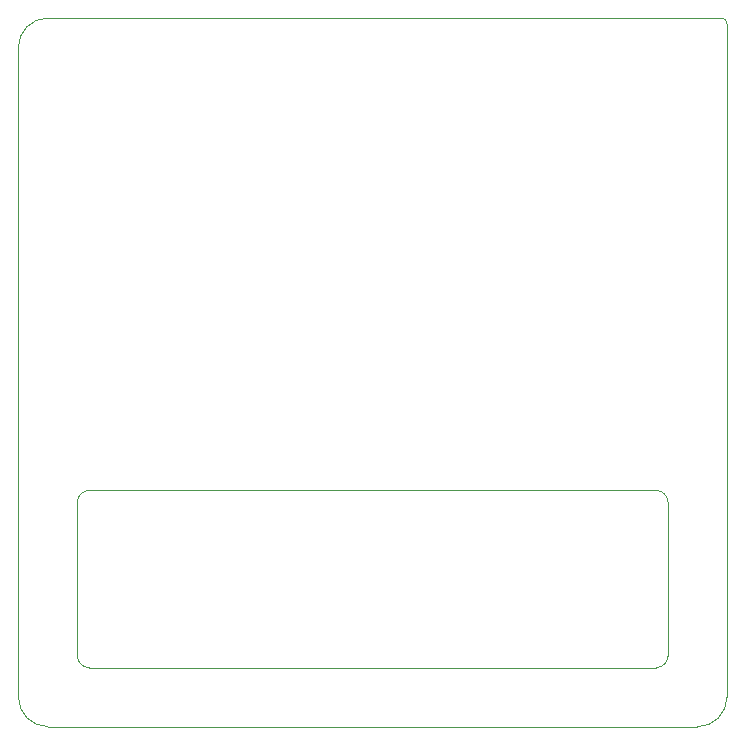
<source format=gm1>
G04 #@! TF.GenerationSoftware,KiCad,Pcbnew,(6.0.9)*
G04 #@! TF.CreationDate,2024-05-06T14:48:15+09:00*
G04 #@! TF.ProjectId,CommunicationBoard,436f6d6d-756e-4696-9361-74696f6e426f,rev?*
G04 #@! TF.SameCoordinates,PX8a48640PY5f5e100*
G04 #@! TF.FileFunction,Profile,NP*
%FSLAX46Y46*%
G04 Gerber Fmt 4.6, Leading zero omitted, Abs format (unit mm)*
G04 Created by KiCad (PCBNEW (6.0.9)) date 2024-05-06 14:48:15*
%MOMM*%
%LPD*%
G01*
G04 APERTURE LIST*
G04 #@! TA.AperFunction,Profile*
%ADD10C,0.100000*%
G04 #@! TD*
G04 APERTURE END LIST*
D10*
X30000000Y29500000D02*
G75*
G03*
X29500000Y30000000I-500000J0D01*
G01*
X-27500000Y30000000D02*
G75*
G03*
X-30000000Y27500000I0J-2500000D01*
G01*
X-25000000Y-11000000D02*
X-25000000Y-24000000D01*
X24000000Y-10000000D02*
X-24000000Y-10000000D01*
X27500000Y-30000000D02*
G75*
G03*
X30000000Y-27500000I0J2500000D01*
G01*
X24000000Y-25000000D02*
G75*
G03*
X25000000Y-24000000I0J1000000D01*
G01*
X24000000Y-25000000D02*
X-24000000Y-25000000D01*
X-27500000Y30000000D02*
X29500000Y30000000D01*
X-30000000Y-27500000D02*
G75*
G03*
X-27500000Y-30000000I2500000J0D01*
G01*
X-27500000Y-30000000D02*
X27500000Y-30000000D01*
X25000000Y-24000000D02*
X25000000Y-11000000D01*
X30000000Y29500000D02*
X30000000Y-27500000D01*
X-30000000Y-27500000D02*
X-30000000Y27500000D01*
X-24000000Y-10000000D02*
G75*
G03*
X-25000000Y-11000000I0J-1000000D01*
G01*
X-25000000Y-24000000D02*
G75*
G03*
X-24000000Y-25000000I1000000J0D01*
G01*
X25000000Y-11000000D02*
G75*
G03*
X24000000Y-10000000I-1000000J0D01*
G01*
M02*

</source>
